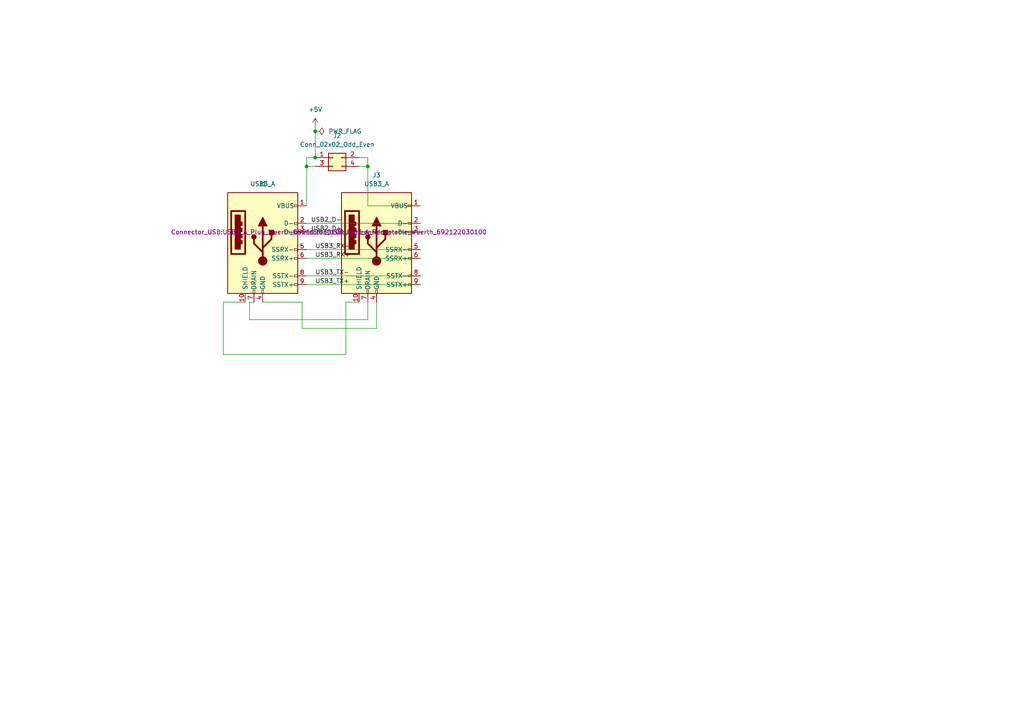
<source format=kicad_sch>
(kicad_sch (version 20211123) (generator eeschema)
  (paper "A4")
  (lib_symbols
    (symbol "Connector:USB3_A" (pin_names (offset 1.016))
      (property "Reference" "J" (at -10.16 15.24 0))
      (property "Value" "USB3_A" (at 10.16 15.24 0))
      (symbol "USB3_A_0_0"
        (rectangle (start -9.144 8.636) (end -5.08 -3.81) (stroke (width 0.508)))
        (rectangle (start -7.874 7.366) (end -6.604 -2.286) (stroke (width 0.508)) (fill (type outline)))
        (rectangle (start -6.35 0) (end -6.096 -0.762) (stroke (width 0.508)))
        (rectangle (start -6.35 1.778) (end -6.096 1.016) (stroke (width 0.508)))
        (rectangle (start -6.35 3.556) (end -6.096 2.794) (stroke (width 0.508)))
        (rectangle (start -6.35 5.334) (end -6.096 4.572) (stroke (width 0.508)))
        (rectangle (start -2.794 -15.24) (end -2.286 -14.224))
        (rectangle (start -0.254 -15.24) (end 0.254 -14.224))
        (rectangle (start 10.16 -12.446) (end 9.144 -12.954))
        (rectangle (start 10.16 -9.906) (end 9.144 -10.414))
        (rectangle (start 10.16 -4.826) (end 9.144 -5.334))
        (rectangle (start 10.16 -2.286) (end 9.144 -2.794))
        (rectangle (start 10.16 2.794) (end 9.144 2.286))
        (rectangle (start 10.16 5.334) (end 9.144 4.826))
        (rectangle (start 10.16 10.414) (end 9.144 9.906))
      )
      (symbol "USB3_A_0_1"
        (rectangle (start -10.16 13.97) (end 10.16 -15.24) (stroke (width 0.254)) (fill (type background)))
      )
      (symbol "USB3_A_1_1"
        (circle (center -2.54 1.143) (radius 0.635) (stroke (width 0.254)) (fill (type outline)))
        (circle (center 0 -5.842) (radius 1.27) (fill (type outline)))
        (polyline (pts (xy 0 -5.842) (xy 0 4.318)) (stroke (width 0.508)))
        (polyline (pts (xy 0 -3.302) (xy -2.54 -0.762) (xy -2.54 0.508)) (stroke (width 0.508)))
        (polyline (pts (xy 0 -2.032) (xy 2.54 0.508) (xy 2.54 1.778)) (stroke (width 0.508)))
        (polyline (pts (xy -1.27 4.318) (xy 0 6.858) (xy 1.27 4.318) (xy -1.27 4.318)) (stroke (width 0.254)) (fill (type outline)))
        (rectangle (start 1.905 1.778) (end 3.175 3.048) (stroke (width 0.254)) (fill (type outline)))
        (pin power_in line (at 12.7 10.16 180) (length 2.54) (name "VBUS") (number "1"))
        (pin passive line (at -5.08 -17.78 90) (length 2.54) (name "SHIELD") (number "10"))
        (pin bidirectional line (at 12.7 5.08 180) (length 2.54) (name "D-") (number "2"))
        (pin bidirectional line (at 12.7 2.54 180) (length 2.54) (name "D+") (number "3"))
        (pin power_in line (at 0 -17.78 90) (length 2.54) (name "GND") (number "4"))
        (pin output line (at 12.7 -2.54 180) (length 2.54) (name "SSRX-") (number "5"))
        (pin output line (at 12.7 -5.08 180) (length 2.54) (name "SSRX+") (number "6"))
        (pin passive line (at -2.54 -17.78 90) (length 2.54) (name "DRAIN") (number "7"))
        (pin input line (at 12.7 -10.16 180) (length 2.54) (name "SSTX-") (number "8"))
        (pin input line (at 12.7 -12.7 180) (length 2.54) (name "SSTX+") (number "9"))
      )
    )
    (symbol "Connector_Generic:Conn_02x02_Odd_Even" (pin_names (offset 1.016) hide)
      (property "Reference" "J" (at 1.27 2.54 0))
      (property "Value" "Conn_02x02_Odd_Even" (at 1.27 -5.08 0))
      (symbol "Conn_02x02_Odd_Even_1_1"
        (rectangle (start -1.27 -2.413) (end 0 -2.667) (stroke (width 0.1524)))
        (rectangle (start -1.27 0.127) (end 0 -0.127) (stroke (width 0.1524)))
        (rectangle (start -1.27 1.27) (end 3.81 -3.81) (stroke (width 0.254)) (fill (type background)))
        (rectangle (start 3.81 -2.413) (end 2.54 -2.667) (stroke (width 0.1524)))
        (rectangle (start 3.81 0.127) (end 2.54 -0.127) (stroke (width 0.1524)))
        (pin passive line (at -5.08 0 0) (length 3.81) (name "Pin_1") (number "1"))
        (pin passive line (at 7.62 0 180) (length 3.81) (name "Pin_2") (number "2"))
        (pin passive line (at -5.08 -2.54 0) (length 3.81) (name "Pin_3") (number "3"))
        (pin passive line (at 7.62 -2.54 180) (length 3.81) (name "Pin_4") (number "4"))
      )
    )
    (symbol "power:+5V" (power) (pin_names (offset 0))
      (property "Value" "+5V" (at 0 3.556 0))
      (symbol "+5V_0_1"
        (polyline (pts (xy -0.762 1.27) (xy 0 2.54)))
        (polyline (pts (xy 0 0) (xy 0 2.54)))
        (polyline (pts (xy 0 2.54) (xy 0.762 1.27)))
      )
      (symbol "+5V_1_1"
        (pin power_in line (at 0 0 90) (length 0) hide (name "+5V") (number "1"))
      )
    )
    (symbol "power:PWR_FLAG" (power) (pin_numbers hide) (pin_names (offset 0) hide)
      (property "Value" "PWR_FLAG" (at 0 3.81 0))
      (symbol "PWR_FLAG_0_0"
        (pin power_out line (at 0 0 90) (length 0) (name "pwr") (number "1"))
      )
      (symbol "PWR_FLAG_0_1"
        (polyline (pts (xy 0 0) (xy 0 1.27) (xy -1.016 1.905) (xy 0 2.54) (xy 1.016 1.905) (xy 0 1.27)))
      )
    )
  )
  (junction (at 91.44 45.72))
  (junction (at 106.68 48.26))
  (junction (at 88.9 48.26))
  (junction (at 91.44 38.1))
  (wire (pts (xy 100.33 102.87) (xy 100.33 87.63)))
  (wire (pts (xy 71.12 87.63) (xy 64.77 87.63)))
  (wire (pts (xy 88.9 80.01) (xy 121.92 80.01)))
  (wire (pts (xy 91.44 36.83) (xy 91.44 38.1)))
  (wire (pts (xy 106.68 48.26) (xy 106.68 59.69)))
  (wire (pts (xy 91.44 45.72) (xy 88.9 45.72)))
  (wire (pts (xy 109.22 95.25) (xy 109.22 87.63)))
  (wire (pts (xy 88.9 74.93) (xy 121.92 74.93)))
  (wire (pts (xy 64.77 87.63) (xy 64.77 102.87)))
  (wire (pts (xy 87.63 87.63) (xy 87.63 95.25)))
  (wire (pts (xy 104.14 45.72) (xy 106.68 45.72)))
  (wire (pts (xy 88.9 72.39) (xy 121.92 72.39)))
  (wire (pts (xy 88.9 48.26) (xy 88.9 59.69)))
  (wire (pts (xy 106.68 92.71) (xy 72.39 92.71)))
  (wire (pts (xy 64.77 102.87) (xy 100.33 102.87)))
  (wire (pts (xy 88.9 45.72) (xy 88.9 48.26)))
  (wire (pts (xy 100.33 87.63) (xy 104.14 87.63)))
  (wire (pts (xy 106.68 45.72) (xy 106.68 48.26)))
  (wire (pts (xy 72.39 92.71) (xy 72.39 87.63)))
  (wire (pts (xy 91.44 38.1) (xy 91.44 45.72)))
  (wire (pts (xy 104.14 48.26) (xy 106.68 48.26)))
  (wire (pts (xy 88.9 67.31) (xy 121.92 67.31)))
  (wire (pts (xy 106.68 59.69) (xy 121.92 59.69)))
  (wire (pts (xy 72.39 87.63) (xy 73.66 87.63)))
  (wire (pts (xy 88.9 48.26) (xy 91.44 48.26)))
  (wire (pts (xy 87.63 95.25) (xy 109.22 95.25)))
  (wire (pts (xy 106.68 87.63) (xy 106.68 92.71)))
  (wire (pts (xy 76.2 87.63) (xy 87.63 87.63)))
  (wire (pts (xy 88.9 82.55) (xy 121.92 82.55)))
  (wire (pts (xy 88.9 64.77) (xy 121.92 64.77)))
  (label "USB3_RX-" (at 91.44 72.39 0))
  (label "USB3_TX+" (at 91.44 82.55 0))
  (label "USB2_D-" (at 90.17 64.77 0))
  (label "USB2_D+" (at 90.17 67.31 0))
  (label "USB3_TX-" (at 91.44 80.01 0))
  (label "USB3_RX+" (at 91.44 74.93 0))
  (symbol (lib_id "Connector:USB3_A") (at 76.2 69.85 0) (unit 1)
    (property "Reference" "J1" (at 76.2 53.34 0))
    (property "Value" "USB3_A" (at 76.2 53.34 0))
    (property "Footprint" "Connector_USB:USB3_A_Plug_Wuerth_692112030100_Horizontal" (at 80.01 67.31 0))
    (property "Datasheet" "~" (at 80.01 67.31 0))
  )
  (symbol (lib_id "Connector_Generic:Conn_02x02_Odd_Even") (at 96.52 45.72 0) (unit 1)
    (property "Reference" "J2" (at 97.79 39.37 0))
    (property "Value" "Conn_02x02_Odd_Even" (at 97.79 41.91 0))
    (property "Footprint" "Connector_PinHeader_2.54mm:PinHeader_2x02_P2.54mm_Vertical" (effects hide))
  )
  (symbol (lib_id "power:+5V") (at 91.44 36.83 0) (unit 1)
    (property "Reference" "#PWR0101" (effects hide))
    (property "Value" "+5V" (at 91.44 31.75 0))
  )
  (symbol (lib_id "power:PWR_FLAG") (at 91.44 38.1 270) (unit 1)
    (property "Reference" "#FLG0102" (effects hide))
    (property "Value" "PWR_FLAG" (at 95.25 38.0999 90) (effects (justify left)))
  )
  (symbol (lib_id "Connector:USB3_A") (at 109.22 69.85 0) (unit 1)
    (property "Reference" "J3" (at 109.22 50.8 0))
    (property "Value" "USB3_A" (at 109.22 53.34 0))
    (property "Footprint" "Connector_USB:USB3_A_Receptacle_Wuerth_692122030100" (at 113.03 67.31 0))
    (property "Datasheet" "~" (at 113.03 67.31 0))
  )
)
</source>
